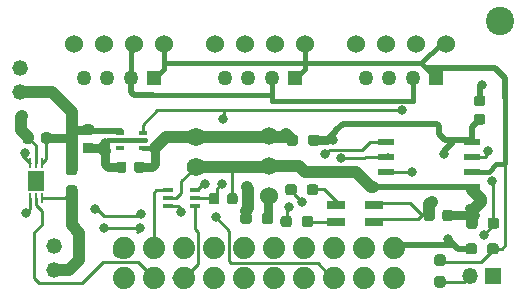
<source format=gtl>
%TF.GenerationSoftware,KiCad,Pcbnew,(5.1.9)-1*%
%TF.CreationDate,2021-02-11T09:32:33-08:00*%
%TF.ProjectId,KNH002rev4,4b4e4830-3032-4726-9576-342e6b696361,rev?*%
%TF.SameCoordinates,Original*%
%TF.FileFunction,Copper,L1,Top*%
%TF.FilePolarity,Positive*%
%FSLAX46Y46*%
G04 Gerber Fmt 4.6, Leading zero omitted, Abs format (unit mm)*
G04 Created by KiCad (PCBNEW (5.1.9)-1) date 2021-02-11 09:32:33*
%MOMM*%
%LPD*%
G01*
G04 APERTURE LIST*
%TA.AperFunction,SMDPad,CuDef*%
%ADD10R,1.447800X1.752600*%
%TD*%
%TA.AperFunction,SMDPad,CuDef*%
%ADD11R,0.254000X0.812800*%
%TD*%
%TA.AperFunction,ComponentPad*%
%ADD12C,1.524000*%
%TD*%
%TA.AperFunction,ComponentPad*%
%ADD13C,1.270000*%
%TD*%
%TA.AperFunction,ComponentPad*%
%ADD14R,1.270000X1.270000*%
%TD*%
%TA.AperFunction,SMDPad,CuDef*%
%ADD15R,1.600000X0.800000*%
%TD*%
%TA.AperFunction,ComponentPad*%
%ADD16O,1.350000X1.350000*%
%TD*%
%TA.AperFunction,ComponentPad*%
%ADD17R,1.350000X1.350000*%
%TD*%
%TA.AperFunction,SMDPad,CuDef*%
%ADD18R,0.850001X0.399999*%
%TD*%
%TA.AperFunction,ComponentPad*%
%ADD19C,2.400000*%
%TD*%
%TA.AperFunction,ComponentPad*%
%ADD20C,1.320800*%
%TD*%
%TA.AperFunction,ComponentPad*%
%ADD21C,1.574800*%
%TD*%
%TA.AperFunction,SMDPad,CuDef*%
%ADD22R,1.473200X0.558800*%
%TD*%
%TA.AperFunction,SMDPad,CuDef*%
%ADD23R,0.650000X0.400000*%
%TD*%
%TA.AperFunction,ComponentPad*%
%ADD24C,1.879600*%
%TD*%
%TA.AperFunction,ViaPad*%
%ADD25C,0.800000*%
%TD*%
%TA.AperFunction,Conductor*%
%ADD26C,1.016000*%
%TD*%
%TA.AperFunction,Conductor*%
%ADD27C,0.500000*%
%TD*%
%TA.AperFunction,Conductor*%
%ADD28C,1.000000*%
%TD*%
%TA.AperFunction,Conductor*%
%ADD29C,0.400000*%
%TD*%
%TA.AperFunction,Conductor*%
%ADD30C,0.250000*%
%TD*%
%TA.AperFunction,Conductor*%
%ADD31C,0.800000*%
%TD*%
%TA.AperFunction,Conductor*%
%ADD32C,0.750000*%
%TD*%
%TA.AperFunction,Conductor*%
%ADD33C,0.406400*%
%TD*%
%TA.AperFunction,Conductor*%
%ADD34C,0.304800*%
%TD*%
G04 APERTURE END LIST*
D10*
%TO.P,U5,7*%
%TO.N,N/C*%
X129540000Y-107429300D03*
D11*
%TO.P,U5,6*%
%TO.N,/VbatIn*%
X130039999Y-108877100D03*
%TO.P,U5,5*%
%TO.N,/D4_AL*%
X129540000Y-108877100D03*
%TO.P,U5,4*%
%TO.N,/SDA*%
X129040001Y-108877100D03*
%TO.P,U5,3*%
%TO.N,/SCL*%
X129040001Y-105981500D03*
%TO.P,U5,2*%
%TO.N,GND*%
X129540000Y-105981500D03*
%TO.P,U5,1*%
%TO.N,/Vbat*%
X130039999Y-105981500D03*
%TD*%
%TO.P,R8,2*%
%TO.N,Net-(JP1-Pad1)*%
%TA.AperFunction,SMDPad,CuDef*%
G36*
G01*
X148686600Y-110874900D02*
X148686600Y-110399900D01*
G75*
G02*
X148924100Y-110162400I237500J0D01*
G01*
X149424100Y-110162400D01*
G75*
G02*
X149661600Y-110399900I0J-237500D01*
G01*
X149661600Y-110874900D01*
G75*
G02*
X149424100Y-111112400I-237500J0D01*
G01*
X148924100Y-111112400D01*
G75*
G02*
X148686600Y-110874900I0J237500D01*
G01*
G37*
%TD.AperFunction*%
%TO.P,R8,1*%
%TO.N,/12V*%
%TA.AperFunction,SMDPad,CuDef*%
G36*
G01*
X146861600Y-110874900D02*
X146861600Y-110399900D01*
G75*
G02*
X147099100Y-110162400I237500J0D01*
G01*
X147599100Y-110162400D01*
G75*
G02*
X147836600Y-110399900I0J-237500D01*
G01*
X147836600Y-110874900D01*
G75*
G02*
X147599100Y-111112400I-237500J0D01*
G01*
X147099100Y-111112400D01*
G75*
G02*
X146861600Y-110874900I0J237500D01*
G01*
G37*
%TD.AperFunction*%
%TD*%
D12*
%TO.P,U2,VOUT*%
%TO.N,Net-(JP1-Pad1)*%
X149326500Y-108757800D03*
%TO.P,U2,GND*%
%TO.N,GND*%
X149326500Y-106217800D03*
%TO.P,U2,VIN*%
%TO.N,/Vbstin*%
X149326500Y-103677800D03*
%TD*%
D13*
%TO.P,J1,4*%
%TO.N,GND*%
X133601100Y-98775600D03*
%TO.P,J1,3*%
%TO.N,/12V*%
X135601100Y-98775600D03*
%TO.P,J1,2*%
%TO.N,/B-*%
X137601100Y-98775600D03*
D14*
%TO.P,J1,1*%
%TO.N,/A+*%
X139601100Y-98775600D03*
%TD*%
D15*
%TO.P,LED1,2*%
%TO.N,Net-(LED1-Pad2)*%
X154990900Y-110931000D03*
%TO.P,LED1,3*%
%TO.N,+3V0*%
X158190900Y-109531000D03*
%TO.P,LED1,4*%
%TO.N,Net-(LED1-Pad4)*%
X154990900Y-109531000D03*
%TO.P,LED1,1*%
%TO.N,+3V0*%
X158190900Y-110931000D03*
%TD*%
%TO.P,R7,2*%
%TO.N,Net-(LED1-Pad4)*%
%TA.AperFunction,SMDPad,CuDef*%
G36*
G01*
X152494700Y-108436500D02*
X152494700Y-107961500D01*
G75*
G02*
X152732200Y-107724000I237500J0D01*
G01*
X153232200Y-107724000D01*
G75*
G02*
X153469700Y-107961500I0J-237500D01*
G01*
X153469700Y-108436500D01*
G75*
G02*
X153232200Y-108674000I-237500J0D01*
G01*
X152732200Y-108674000D01*
G75*
G02*
X152494700Y-108436500I0J237500D01*
G01*
G37*
%TD.AperFunction*%
%TO.P,R7,1*%
%TO.N,/RXb*%
%TA.AperFunction,SMDPad,CuDef*%
G36*
G01*
X150669700Y-108436500D02*
X150669700Y-107961500D01*
G75*
G02*
X150907200Y-107724000I237500J0D01*
G01*
X151407200Y-107724000D01*
G75*
G02*
X151644700Y-107961500I0J-237500D01*
G01*
X151644700Y-108436500D01*
G75*
G02*
X151407200Y-108674000I-237500J0D01*
G01*
X150907200Y-108674000D01*
G75*
G02*
X150669700Y-108436500I0J237500D01*
G01*
G37*
%TD.AperFunction*%
%TD*%
%TO.P,R6,2*%
%TO.N,Net-(LED1-Pad2)*%
%TA.AperFunction,SMDPad,CuDef*%
G36*
G01*
X152090200Y-111128900D02*
X152090200Y-110653900D01*
G75*
G02*
X152327700Y-110416400I237500J0D01*
G01*
X152827700Y-110416400D01*
G75*
G02*
X153065200Y-110653900I0J-237500D01*
G01*
X153065200Y-111128900D01*
G75*
G02*
X152827700Y-111366400I-237500J0D01*
G01*
X152327700Y-111366400D01*
G75*
G02*
X152090200Y-111128900I0J237500D01*
G01*
G37*
%TD.AperFunction*%
%TO.P,R6,1*%
%TO.N,/TXb*%
%TA.AperFunction,SMDPad,CuDef*%
G36*
G01*
X150265200Y-111128900D02*
X150265200Y-110653900D01*
G75*
G02*
X150502700Y-110416400I237500J0D01*
G01*
X151002700Y-110416400D01*
G75*
G02*
X151240200Y-110653900I0J-237500D01*
G01*
X151240200Y-111128900D01*
G75*
G02*
X151002700Y-111366400I-237500J0D01*
G01*
X150502700Y-111366400D01*
G75*
G02*
X150265200Y-111128900I0J237500D01*
G01*
G37*
%TD.AperFunction*%
%TD*%
D16*
%TO.P,J10,2*%
%TO.N,Net-(J10-Pad2)*%
X166275000Y-115506500D03*
D17*
%TO.P,J10,1*%
%TO.N,/B-*%
X168275000Y-115506500D03*
%TD*%
%TO.P,C7,2*%
%TO.N,+3V0*%
%TA.AperFunction,SMDPad,CuDef*%
G36*
G01*
X145090000Y-108716000D02*
X145090000Y-109216000D01*
G75*
G02*
X144865000Y-109441000I-225000J0D01*
G01*
X144415000Y-109441000D01*
G75*
G02*
X144190000Y-109216000I0J225000D01*
G01*
X144190000Y-108716000D01*
G75*
G02*
X144415000Y-108491000I225000J0D01*
G01*
X144865000Y-108491000D01*
G75*
G02*
X145090000Y-108716000I0J-225000D01*
G01*
G37*
%TD.AperFunction*%
%TO.P,C7,1*%
%TO.N,GND*%
%TA.AperFunction,SMDPad,CuDef*%
G36*
G01*
X146640000Y-108716000D02*
X146640000Y-109216000D01*
G75*
G02*
X146415000Y-109441000I-225000J0D01*
G01*
X145965000Y-109441000D01*
G75*
G02*
X145740000Y-109216000I0J225000D01*
G01*
X145740000Y-108716000D01*
G75*
G02*
X145965000Y-108491000I225000J0D01*
G01*
X146415000Y-108491000D01*
G75*
G02*
X146640000Y-108716000I0J-225000D01*
G01*
G37*
%TD.AperFunction*%
%TD*%
D18*
%TO.P,U4,6*%
%TO.N,/TXb*%
X143002000Y-108252499D03*
%TO.P,U4,5*%
%TO.N,+3V0*%
X143002000Y-108902500D03*
%TO.P,U4,4*%
%TO.N,/RXp*%
X143002000Y-109552499D03*
%TO.P,U4,3*%
%TO.N,/RXb*%
X140751999Y-109552499D03*
%TO.P,U4,2*%
%TO.N,GND*%
X140751999Y-108902500D03*
%TO.P,U4,1*%
%TO.N,/TXp*%
X140751999Y-108252499D03*
%TD*%
%TO.P,C6,2*%
%TO.N,/Vbat*%
%TA.AperFunction,SMDPad,CuDef*%
G36*
G01*
X130005000Y-104072500D02*
X130005000Y-103572500D01*
G75*
G02*
X130230000Y-103347500I225000J0D01*
G01*
X130680000Y-103347500D01*
G75*
G02*
X130905000Y-103572500I0J-225000D01*
G01*
X130905000Y-104072500D01*
G75*
G02*
X130680000Y-104297500I-225000J0D01*
G01*
X130230000Y-104297500D01*
G75*
G02*
X130005000Y-104072500I0J225000D01*
G01*
G37*
%TD.AperFunction*%
%TO.P,C6,1*%
%TO.N,GND*%
%TA.AperFunction,SMDPad,CuDef*%
G36*
G01*
X128455000Y-104072500D02*
X128455000Y-103572500D01*
G75*
G02*
X128680000Y-103347500I225000J0D01*
G01*
X129130000Y-103347500D01*
G75*
G02*
X129355000Y-103572500I0J-225000D01*
G01*
X129355000Y-104072500D01*
G75*
G02*
X129130000Y-104297500I-225000J0D01*
G01*
X128680000Y-104297500D01*
G75*
G02*
X128455000Y-104072500I0J225000D01*
G01*
G37*
%TD.AperFunction*%
%TD*%
%TO.P,R5,2*%
%TO.N,/Vbat*%
%TA.AperFunction,SMDPad,CuDef*%
G36*
G01*
X132825500Y-106977000D02*
X132350500Y-106977000D01*
G75*
G02*
X132113000Y-106739500I0J237500D01*
G01*
X132113000Y-106239500D01*
G75*
G02*
X132350500Y-106002000I237500J0D01*
G01*
X132825500Y-106002000D01*
G75*
G02*
X133063000Y-106239500I0J-237500D01*
G01*
X133063000Y-106739500D01*
G75*
G02*
X132825500Y-106977000I-237500J0D01*
G01*
G37*
%TD.AperFunction*%
%TO.P,R5,1*%
%TO.N,/VbatIn*%
%TA.AperFunction,SMDPad,CuDef*%
G36*
G01*
X132825500Y-108802000D02*
X132350500Y-108802000D01*
G75*
G02*
X132113000Y-108564500I0J237500D01*
G01*
X132113000Y-108064500D01*
G75*
G02*
X132350500Y-107827000I237500J0D01*
G01*
X132825500Y-107827000D01*
G75*
G02*
X133063000Y-108064500I0J-237500D01*
G01*
X133063000Y-108564500D01*
G75*
G02*
X132825500Y-108802000I-237500J0D01*
G01*
G37*
%TD.AperFunction*%
%TD*%
%TO.P,C5,2*%
%TO.N,/5Vsw*%
%TA.AperFunction,SMDPad,CuDef*%
G36*
G01*
X166882000Y-101785000D02*
X167382000Y-101785000D01*
G75*
G02*
X167607000Y-102010000I0J-225000D01*
G01*
X167607000Y-102460000D01*
G75*
G02*
X167382000Y-102685000I-225000J0D01*
G01*
X166882000Y-102685000D01*
G75*
G02*
X166657000Y-102460000I0J225000D01*
G01*
X166657000Y-102010000D01*
G75*
G02*
X166882000Y-101785000I225000J0D01*
G01*
G37*
%TD.AperFunction*%
%TO.P,C5,1*%
%TO.N,GND*%
%TA.AperFunction,SMDPad,CuDef*%
G36*
G01*
X166882000Y-100235000D02*
X167382000Y-100235000D01*
G75*
G02*
X167607000Y-100460000I0J-225000D01*
G01*
X167607000Y-100910000D01*
G75*
G02*
X167382000Y-101135000I-225000J0D01*
G01*
X166882000Y-101135000D01*
G75*
G02*
X166657000Y-100910000I0J225000D01*
G01*
X166657000Y-100460000D01*
G75*
G02*
X166882000Y-100235000I225000J0D01*
G01*
G37*
%TD.AperFunction*%
%TD*%
%TO.P,C4,2*%
%TO.N,GND*%
%TA.AperFunction,SMDPad,CuDef*%
G36*
G01*
X163964100Y-110633400D02*
X163964100Y-110133400D01*
G75*
G02*
X164189100Y-109908400I225000J0D01*
G01*
X164639100Y-109908400D01*
G75*
G02*
X164864100Y-110133400I0J-225000D01*
G01*
X164864100Y-110633400D01*
G75*
G02*
X164639100Y-110858400I-225000J0D01*
G01*
X164189100Y-110858400D01*
G75*
G02*
X163964100Y-110633400I0J225000D01*
G01*
G37*
%TD.AperFunction*%
%TO.P,C4,1*%
%TO.N,+3V0*%
%TA.AperFunction,SMDPad,CuDef*%
G36*
G01*
X162414100Y-110633400D02*
X162414100Y-110133400D01*
G75*
G02*
X162639100Y-109908400I225000J0D01*
G01*
X163089100Y-109908400D01*
G75*
G02*
X163314100Y-110133400I0J-225000D01*
G01*
X163314100Y-110633400D01*
G75*
G02*
X163089100Y-110858400I-225000J0D01*
G01*
X162639100Y-110858400D01*
G75*
G02*
X162414100Y-110633400I0J225000D01*
G01*
G37*
%TD.AperFunction*%
%TD*%
%TO.P,C3,2*%
%TO.N,GND*%
%TA.AperFunction,SMDPad,CuDef*%
G36*
G01*
X137229000Y-106049000D02*
X137229000Y-106549000D01*
G75*
G02*
X137004000Y-106774000I-225000J0D01*
G01*
X136554000Y-106774000D01*
G75*
G02*
X136329000Y-106549000I0J225000D01*
G01*
X136329000Y-106049000D01*
G75*
G02*
X136554000Y-105824000I225000J0D01*
G01*
X137004000Y-105824000D01*
G75*
G02*
X137229000Y-106049000I0J-225000D01*
G01*
G37*
%TD.AperFunction*%
%TO.P,C3,1*%
%TO.N,/Vbstin*%
%TA.AperFunction,SMDPad,CuDef*%
G36*
G01*
X138779000Y-106049000D02*
X138779000Y-106549000D01*
G75*
G02*
X138554000Y-106774000I-225000J0D01*
G01*
X138104000Y-106774000D01*
G75*
G02*
X137879000Y-106549000I0J225000D01*
G01*
X137879000Y-106049000D01*
G75*
G02*
X138104000Y-105824000I225000J0D01*
G01*
X138554000Y-105824000D01*
G75*
G02*
X138779000Y-106049000I0J-225000D01*
G01*
G37*
%TD.AperFunction*%
%TD*%
%TO.P,C2,2*%
%TO.N,GND*%
%TA.AperFunction,SMDPad,CuDef*%
G36*
G01*
X133735000Y-104224000D02*
X134235000Y-104224000D01*
G75*
G02*
X134460000Y-104449000I0J-225000D01*
G01*
X134460000Y-104899000D01*
G75*
G02*
X134235000Y-105124000I-225000J0D01*
G01*
X133735000Y-105124000D01*
G75*
G02*
X133510000Y-104899000I0J225000D01*
G01*
X133510000Y-104449000D01*
G75*
G02*
X133735000Y-104224000I225000J0D01*
G01*
G37*
%TD.AperFunction*%
%TO.P,C2,1*%
%TO.N,/Vbat*%
%TA.AperFunction,SMDPad,CuDef*%
G36*
G01*
X133735000Y-102674000D02*
X134235000Y-102674000D01*
G75*
G02*
X134460000Y-102899000I0J-225000D01*
G01*
X134460000Y-103349000D01*
G75*
G02*
X134235000Y-103574000I-225000J0D01*
G01*
X133735000Y-103574000D01*
G75*
G02*
X133510000Y-103349000I0J225000D01*
G01*
X133510000Y-102899000D01*
G75*
G02*
X133735000Y-102674000I225000J0D01*
G01*
G37*
%TD.AperFunction*%
%TD*%
%TO.P,R4,2*%
%TO.N,Net-(J10-Pad2)*%
%TA.AperFunction,SMDPad,CuDef*%
G36*
G01*
X163529000Y-115510500D02*
X164004000Y-115510500D01*
G75*
G02*
X164241500Y-115748000I0J-237500D01*
G01*
X164241500Y-116248000D01*
G75*
G02*
X164004000Y-116485500I-237500J0D01*
G01*
X163529000Y-116485500D01*
G75*
G02*
X163291500Y-116248000I0J237500D01*
G01*
X163291500Y-115748000D01*
G75*
G02*
X163529000Y-115510500I237500J0D01*
G01*
G37*
%TD.AperFunction*%
%TO.P,R4,1*%
%TO.N,/A+*%
%TA.AperFunction,SMDPad,CuDef*%
G36*
G01*
X163529000Y-113685500D02*
X164004000Y-113685500D01*
G75*
G02*
X164241500Y-113923000I0J-237500D01*
G01*
X164241500Y-114423000D01*
G75*
G02*
X164004000Y-114660500I-237500J0D01*
G01*
X163529000Y-114660500D01*
G75*
G02*
X163291500Y-114423000I0J237500D01*
G01*
X163291500Y-113923000D01*
G75*
G02*
X163529000Y-113685500I237500J0D01*
G01*
G37*
%TD.AperFunction*%
%TD*%
%TO.P,R3,2*%
%TO.N,/A+*%
%TA.AperFunction,SMDPad,CuDef*%
G36*
G01*
X167762100Y-113445300D02*
X167762100Y-112970300D01*
G75*
G02*
X167999600Y-112732800I237500J0D01*
G01*
X168499600Y-112732800D01*
G75*
G02*
X168737100Y-112970300I0J-237500D01*
G01*
X168737100Y-113445300D01*
G75*
G02*
X168499600Y-113682800I-237500J0D01*
G01*
X167999600Y-113682800D01*
G75*
G02*
X167762100Y-113445300I0J237500D01*
G01*
G37*
%TD.AperFunction*%
%TO.P,R3,1*%
%TO.N,/5Vsw*%
%TA.AperFunction,SMDPad,CuDef*%
G36*
G01*
X165937100Y-113445300D02*
X165937100Y-112970300D01*
G75*
G02*
X166174600Y-112732800I237500J0D01*
G01*
X166674600Y-112732800D01*
G75*
G02*
X166912100Y-112970300I0J-237500D01*
G01*
X166912100Y-113445300D01*
G75*
G02*
X166674600Y-113682800I-237500J0D01*
G01*
X166174600Y-113682800D01*
G75*
G02*
X165937100Y-113445300I0J237500D01*
G01*
G37*
%TD.AperFunction*%
%TD*%
%TO.P,R2,2*%
%TO.N,/B-*%
%TA.AperFunction,SMDPad,CuDef*%
G36*
G01*
X167811000Y-111273600D02*
X167811000Y-110798600D01*
G75*
G02*
X168048500Y-110561100I237500J0D01*
G01*
X168548500Y-110561100D01*
G75*
G02*
X168786000Y-110798600I0J-237500D01*
G01*
X168786000Y-111273600D01*
G75*
G02*
X168548500Y-111511100I-237500J0D01*
G01*
X168048500Y-111511100D01*
G75*
G02*
X167811000Y-111273600I0J237500D01*
G01*
G37*
%TD.AperFunction*%
%TO.P,R2,1*%
%TO.N,GND*%
%TA.AperFunction,SMDPad,CuDef*%
G36*
G01*
X165986000Y-111273600D02*
X165986000Y-110798600D01*
G75*
G02*
X166223500Y-110561100I237500J0D01*
G01*
X166723500Y-110561100D01*
G75*
G02*
X166961000Y-110798600I0J-237500D01*
G01*
X166961000Y-111273600D01*
G75*
G02*
X166723500Y-111511100I-237500J0D01*
G01*
X166223500Y-111511100D01*
G75*
G02*
X165986000Y-111273600I0J237500D01*
G01*
G37*
%TD.AperFunction*%
%TD*%
D19*
%TO.P,J11,1*%
%TO.N,GND*%
X168833700Y-93924200D03*
%TD*%
D20*
%TO.P,J9,2*%
%TO.N,GND*%
X128244500Y-97937400D03*
%TO.P,J9,1*%
%TO.N,/Vbat*%
X128244500Y-99937402D03*
%TD*%
D21*
%TO.P,C1,+*%
%TO.N,/Vbstin*%
X143078100Y-103728600D03*
%TO.P,C1,-*%
%TO.N,GND*%
X143078100Y-106268600D03*
%TD*%
D20*
%TO.P,J8,2*%
%TO.N,GND*%
X131089300Y-113006199D03*
%TO.P,J8,1*%
%TO.N,/VbatIn*%
X131089300Y-115006201D03*
%TD*%
D22*
%TO.P,U1,8*%
%TO.N,/5Vsw*%
X166497000Y-104140000D03*
%TO.P,U1,7*%
%TO.N,/B-*%
X166497000Y-105410000D03*
%TO.P,U1,6*%
%TO.N,/A+*%
X166497000Y-106680000D03*
%TO.P,U1,5*%
%TO.N,GND*%
X166497000Y-107950000D03*
%TO.P,U1,4*%
X159181800Y-107950000D03*
%TO.P,U1,3*%
%TO.N,+3V0*%
X159181800Y-106680000D03*
%TO.P,U1,2*%
%TO.N,/TXb*%
X159181800Y-105410000D03*
%TO.P,U1,1*%
%TO.N,/RXb*%
X159181800Y-104140000D03*
%TD*%
D23*
%TO.P,U3,6*%
%TO.N,Net-(U3-Pad6)*%
X136718000Y-104663000D03*
%TO.P,U3,4*%
%TO.N,/Vbat*%
X136718000Y-103363000D03*
%TO.P,U3,2*%
%TO.N,GND*%
X138618000Y-104013000D03*
%TO.P,U3,5*%
X136718000Y-104013000D03*
%TO.P,U3,3*%
%TO.N,+3V0*%
X138618000Y-103363000D03*
%TO.P,U3,1*%
%TO.N,/Vbstin*%
X138618000Y-104663000D03*
%TD*%
D13*
%TO.P,J2,4*%
%TO.N,GND*%
X145539100Y-98775600D03*
%TO.P,J2,3*%
%TO.N,/12V*%
X147539100Y-98775600D03*
%TO.P,J2,2*%
%TO.N,/B-*%
X149539100Y-98775600D03*
D14*
%TO.P,J2,1*%
%TO.N,/A+*%
X151539100Y-98775600D03*
%TD*%
D24*
%TO.P,J4,20*%
%TO.N,+3V0*%
X159842100Y-115666600D03*
%TO.P,J4,19*%
%TO.N,/5Vsw*%
X159842100Y-113126600D03*
%TO.P,J4,18*%
%TO.N,Net-(J4-Pad18)*%
X157302100Y-115666600D03*
%TO.P,J4,17*%
%TO.N,Net-(J4-Pad17)*%
X157302100Y-113126600D03*
%TO.P,J4,16*%
%TO.N,/SDA*%
X154762100Y-115666600D03*
%TO.P,J4,15*%
%TO.N,/SCL*%
X154762100Y-113126600D03*
%TO.P,J4,14*%
%TO.N,Net-(J4-Pad14)*%
X152222100Y-115666600D03*
%TO.P,J4,13*%
%TO.N,Net-(J4-Pad13)*%
X152222100Y-113126600D03*
%TO.P,J4,12*%
%TO.N,Net-(J4-Pad12)*%
X149682100Y-115666600D03*
%TO.P,J4,11*%
%TO.N,/LEDB*%
X149682100Y-113126600D03*
%TO.P,J4,10*%
%TO.N,Net-(J4-Pad10)*%
X147142100Y-115666600D03*
%TO.P,J4,9*%
%TO.N,Net-(J4-Pad9)*%
X147142100Y-113126600D03*
%TO.P,J4,8*%
%TO.N,Net-(J4-Pad8)*%
X144602100Y-115666600D03*
%TO.P,J4,7*%
%TO.N,Net-(J4-Pad7)*%
X144602100Y-113126600D03*
%TO.P,J4,6*%
%TO.N,/RXp*%
X142062100Y-115666600D03*
%TO.P,J4,5*%
%TO.N,Net-(J4-Pad5)*%
X142062100Y-113126600D03*
%TO.P,J4,4*%
%TO.N,/D4_AL*%
X139522100Y-115666600D03*
%TO.P,J4,3*%
%TO.N,/TXp*%
X139522100Y-113126600D03*
%TO.P,J4,2*%
%TO.N,/3Von*%
X136982100Y-115666600D03*
%TO.P,J4,1*%
%TO.N,GND*%
X136982100Y-113126600D03*
%TD*%
D13*
%TO.P,J3,4*%
%TO.N,GND*%
X157477100Y-98775600D03*
%TO.P,J3,3*%
%TO.N,/12V*%
X159477100Y-98775600D03*
%TO.P,J3,2*%
%TO.N,/B-*%
X161477100Y-98775600D03*
D14*
%TO.P,J3,1*%
%TO.N,/A+*%
X163477100Y-98775600D03*
%TD*%
D12*
%TO.P,J5,4*%
%TO.N,GND*%
X132791100Y-95854600D03*
%TO.P,J5,3*%
%TO.N,/12V*%
X135331100Y-95854600D03*
%TO.P,J5,2*%
%TO.N,/B-*%
X137871100Y-95854600D03*
%TO.P,J5,1*%
%TO.N,/A+*%
X140411100Y-95854600D03*
%TD*%
%TO.P,J6,4*%
%TO.N,GND*%
X144729100Y-95854600D03*
%TO.P,J6,3*%
%TO.N,/12V*%
X147269100Y-95854600D03*
%TO.P,J6,2*%
%TO.N,/B-*%
X149809100Y-95854600D03*
%TO.P,J6,1*%
%TO.N,/A+*%
X152349100Y-95854600D03*
%TD*%
%TO.P,J7,4*%
%TO.N,GND*%
X156667100Y-95854600D03*
%TO.P,J7,3*%
%TO.N,/12V*%
X159207100Y-95854600D03*
%TO.P,J7,2*%
%TO.N,/B-*%
X161747100Y-95854600D03*
%TO.P,J7,1*%
%TO.N,/A+*%
X164287100Y-95854600D03*
%TD*%
%TO.P,R1,1*%
%TO.N,/5Vsw*%
%TA.AperFunction,SMDPad,CuDef*%
G36*
G01*
X153569500Y-103775500D02*
X153569500Y-104250500D01*
G75*
G02*
X153332000Y-104488000I-237500J0D01*
G01*
X152832000Y-104488000D01*
G75*
G02*
X152594500Y-104250500I0J237500D01*
G01*
X152594500Y-103775500D01*
G75*
G02*
X152832000Y-103538000I237500J0D01*
G01*
X153332000Y-103538000D01*
G75*
G02*
X153569500Y-103775500I0J-237500D01*
G01*
G37*
%TD.AperFunction*%
%TO.P,R1,2*%
%TO.N,/Vbstin*%
%TA.AperFunction,SMDPad,CuDef*%
G36*
G01*
X151744500Y-103775500D02*
X151744500Y-104250500D01*
G75*
G02*
X151507000Y-104488000I-237500J0D01*
G01*
X151007000Y-104488000D01*
G75*
G02*
X150769500Y-104250500I0J237500D01*
G01*
X150769500Y-103775500D01*
G75*
G02*
X151007000Y-103538000I237500J0D01*
G01*
X151507000Y-103538000D01*
G75*
G02*
X151744500Y-103775500I0J-237500D01*
G01*
G37*
%TD.AperFunction*%
%TD*%
D25*
%TO.N,GND*%
X167259000Y-109220000D03*
X135445500Y-104267000D03*
X167259000Y-109220000D03*
X167322500Y-99377500D03*
X128346100Y-102001400D03*
%TO.N,/12V*%
X147396100Y-107995800D03*
%TO.N,/B-*%
X167851600Y-104952800D03*
X168211500Y-107467400D03*
X167484690Y-112042310D03*
%TO.N,/SDA*%
X138430000Y-110236000D03*
X144780000Y-110553500D03*
X134556500Y-109855000D03*
X128701700Y-110180200D03*
%TO.N,/SCL*%
X138366500Y-111442500D03*
X128600100Y-105100200D03*
X135318500Y-111442500D03*
%TO.N,/5Vsw*%
X164084000Y-105156000D03*
X164465000Y-112395000D03*
X154686000Y-104013000D03*
%TO.N,+3V0*%
X161417000Y-106680000D03*
X160528000Y-101473000D03*
X145414900Y-102204600D03*
X145288000Y-107696000D03*
X163093300Y-109215000D03*
%TO.N,/TXb*%
X155422500Y-105557400D03*
X150952100Y-109672200D03*
X143891000Y-107759500D03*
%TO.N,/RXb*%
X141859000Y-110109000D03*
X154051000Y-105219500D03*
X152069700Y-109215000D03*
%TD*%
D26*
%TO.N,GND*%
X136601100Y-113507600D02*
X136982100Y-113126600D01*
X147924600Y-106268600D02*
X149428100Y-106268600D01*
D27*
X149428100Y-106268600D02*
X150505730Y-106268600D01*
X166497000Y-107950000D02*
X166497000Y-108204000D01*
D28*
X167259000Y-108966000D02*
X167259000Y-109220000D01*
X166497000Y-108204000D02*
X167259000Y-108966000D01*
D29*
X135699500Y-104013000D02*
X135445500Y-104267000D01*
X136017000Y-104013000D02*
X135699500Y-104013000D01*
D28*
X166473500Y-110005500D02*
X167259000Y-109220000D01*
X166473500Y-111036100D02*
X166473500Y-110005500D01*
D30*
X141426999Y-108902500D02*
X141859000Y-108470499D01*
X140751999Y-108902500D02*
X141426999Y-108902500D01*
X141859000Y-107487700D02*
X143078100Y-106268600D01*
X141859000Y-108470499D02*
X141859000Y-107487700D01*
X146190000Y-108966000D02*
X146190000Y-108953000D01*
D26*
X146969400Y-106268600D02*
X147924600Y-106268600D01*
X143078100Y-106268600D02*
X146969400Y-106268600D01*
D31*
X136779000Y-106299000D02*
X135699500Y-106299000D01*
X135699500Y-106299000D02*
X135445500Y-106045000D01*
D29*
X136017000Y-104013000D02*
X137604500Y-104013000D01*
X137604500Y-104013000D02*
X138811000Y-104013000D01*
D27*
X167132000Y-100685000D02*
X167132000Y-99504500D01*
X167195500Y-99504500D02*
X167322500Y-99377500D01*
X167132000Y-99504500D02*
X167195500Y-99504500D01*
D28*
X135217500Y-104674000D02*
X135445500Y-104902000D01*
D31*
X133985000Y-104674000D02*
X135217500Y-104674000D01*
X135445500Y-104902000D02*
X135445500Y-104267000D01*
X135445500Y-106045000D02*
X135445500Y-104902000D01*
D27*
X160845500Y-107950000D02*
X166497000Y-107950000D01*
X159181800Y-107950000D02*
X160845500Y-107950000D01*
D31*
X166259500Y-109791500D02*
X166473500Y-110005500D01*
X164515700Y-110383400D02*
X166754700Y-110383400D01*
D28*
X128905000Y-103822500D02*
X128905000Y-103779500D01*
X128905000Y-103779500D02*
X128295300Y-103169800D01*
X128295300Y-102052200D02*
X128346100Y-102001400D01*
X128295300Y-103169800D02*
X128295300Y-102052200D01*
D27*
X157652700Y-107950000D02*
X158119900Y-107950000D01*
X158119900Y-107950000D02*
X159181800Y-107950000D01*
D28*
X152374500Y-106725800D02*
X151866500Y-106217800D01*
X156692500Y-106725800D02*
X152374500Y-106725800D01*
X151866500Y-106217800D02*
X149326500Y-106217800D01*
X157916700Y-107950000D02*
X156692500Y-106725800D01*
X158119900Y-107950000D02*
X157916700Y-107950000D01*
D30*
X129540000Y-104457500D02*
X128905000Y-103822500D01*
X129540000Y-105981500D02*
X129540000Y-104457500D01*
X146176900Y-108952900D02*
X146190000Y-108966000D01*
X146176900Y-106243200D02*
X146176900Y-108952900D01*
D32*
%TO.N,/12V*%
X147349100Y-110637400D02*
X147349100Y-109973200D01*
D28*
X147349100Y-109973200D02*
X147548500Y-109773800D01*
X147548500Y-108148200D02*
X147396100Y-107995800D01*
X147548500Y-109773800D02*
X147548500Y-108148200D01*
D33*
%TO.N,/A+*%
X140411100Y-97505600D02*
X152349100Y-97505600D01*
X152349100Y-97505600D02*
X162207100Y-97505600D01*
X139601100Y-98775600D02*
X140411100Y-97965600D01*
X140411100Y-97965600D02*
X140411100Y-97505600D01*
X140411100Y-97505600D02*
X140411100Y-95854600D01*
X151539100Y-98775600D02*
X152349100Y-97965600D01*
X152349100Y-97965600D02*
X152349100Y-97505600D01*
X164287100Y-95854600D02*
X163858100Y-95854600D01*
X163858100Y-95854600D02*
X162207100Y-97505600D01*
X152349100Y-95854600D02*
X152349100Y-97505600D01*
X167894000Y-106680000D02*
X168529000Y-106045000D01*
X166497000Y-106680000D02*
X167894000Y-106680000D01*
D30*
X168249600Y-113207800D02*
X168986200Y-113207800D01*
X168986200Y-113207800D02*
X169312410Y-112881590D01*
X169206820Y-106045000D02*
X169312410Y-105939410D01*
D33*
X168529000Y-106045000D02*
X169206820Y-106045000D01*
X169312410Y-105939410D02*
X169312410Y-100478410D01*
D30*
X169312410Y-112881590D02*
X169312410Y-105939410D01*
X168249600Y-113207800D02*
X168249600Y-113309400D01*
X168249600Y-113309400D02*
X167259000Y-114300000D01*
D27*
X162557500Y-97856000D02*
X168404500Y-97856000D01*
D33*
X162207100Y-97505600D02*
X162557500Y-97856000D01*
X162557500Y-97856000D02*
X163477100Y-98775600D01*
D27*
X169312410Y-98763910D02*
X169312410Y-100478410D01*
X168404500Y-97856000D02*
X169312410Y-98763910D01*
D30*
X163893500Y-114300000D02*
X163766500Y-114173000D01*
X167259000Y-114300000D02*
X163893500Y-114300000D01*
D33*
%TO.N,/B-*%
X161477100Y-100664600D02*
X161477100Y-98775600D01*
X139490100Y-100203000D02*
X149555100Y-100203000D01*
X149555100Y-100664600D02*
X161477100Y-100664600D01*
X149539100Y-98775600D02*
X149539100Y-100648600D01*
X149539100Y-100648600D02*
X149555100Y-100664600D01*
X137601100Y-98775600D02*
X137601100Y-96124600D01*
X137601100Y-96124600D02*
X137871100Y-95854600D01*
D30*
X166497000Y-105410000D02*
X167640000Y-105410000D01*
X167640000Y-105164400D02*
X167851600Y-104952800D01*
X167640000Y-105410000D02*
X167640000Y-105164400D01*
X168298500Y-111036100D02*
X168298500Y-110593500D01*
X168298500Y-111228500D02*
X167484690Y-112042310D01*
X168298500Y-111036100D02*
X168298500Y-111228500D01*
X168298500Y-107554400D02*
X168211500Y-107467400D01*
X168298500Y-111036100D02*
X168298500Y-107554400D01*
D27*
X139490100Y-100203000D02*
X137858500Y-100203000D01*
X137601100Y-99945600D02*
X137601100Y-98775600D01*
X137858500Y-100203000D02*
X137601100Y-99945600D01*
D26*
%TO.N,/Vbstin*%
X143078100Y-103728600D02*
X149428100Y-103728600D01*
D29*
X138618000Y-104663000D02*
X139685000Y-104663000D01*
D28*
X139685000Y-104663000D02*
X140589000Y-103759000D01*
X143047700Y-103759000D02*
X143078100Y-103728600D01*
X140589000Y-103759000D02*
X143047700Y-103759000D01*
X151257000Y-104013000D02*
X150749000Y-103505000D01*
X150525400Y-103728600D02*
X149428100Y-103728600D01*
X150749000Y-103505000D02*
X150525400Y-103728600D01*
D31*
X138329000Y-106299000D02*
X139382500Y-106299000D01*
X139685000Y-105996500D02*
X139685000Y-104663000D01*
X139382500Y-106299000D02*
X139685000Y-105996500D01*
D28*
%TO.N,/Vbat*%
X132588000Y-105410000D02*
X132588000Y-106489500D01*
D30*
X132524500Y-103822500D02*
X132588000Y-103759000D01*
D31*
X130455000Y-103822500D02*
X132524500Y-103822500D01*
D28*
X132588000Y-105410000D02*
X132588000Y-103759000D01*
D30*
X130455000Y-105566499D02*
X130039999Y-105981500D01*
X130455000Y-103822500D02*
X130455000Y-105566499D01*
D28*
X132778500Y-103124000D02*
X132588000Y-103314500D01*
D31*
X133985000Y-103124000D02*
X132778500Y-103124000D01*
D28*
X132588000Y-103759000D02*
X132588000Y-103314500D01*
D27*
X134112000Y-103251000D02*
X133985000Y-103124000D01*
X136779000Y-103251000D02*
X134112000Y-103251000D01*
D28*
X130904902Y-99937402D02*
X128244500Y-99937402D01*
X132588000Y-101620500D02*
X130904902Y-99937402D01*
X132588000Y-103314500D02*
X132588000Y-101620500D01*
D30*
%TO.N,/SDA*%
X153439301Y-114427000D02*
X146093801Y-114427000D01*
X154738799Y-115749799D02*
X153416000Y-114427000D01*
X146091902Y-114427000D02*
X145923000Y-114258098D01*
X138303000Y-110236000D02*
X138430000Y-110236000D01*
X138112500Y-110426500D02*
X138303000Y-110236000D01*
X145924899Y-111698399D02*
X145924899Y-112142899D01*
X144780000Y-110553500D02*
X145924899Y-111698399D01*
X145924899Y-112142899D02*
X145924899Y-112015899D01*
X145924899Y-114174899D02*
X145924899Y-112142899D01*
X136271000Y-110426500D02*
X138112500Y-110426500D01*
X136144000Y-110426500D02*
X136271000Y-110426500D01*
X136271000Y-110426500D02*
X135318500Y-110426500D01*
X134747000Y-109855000D02*
X134556500Y-109855000D01*
X135318500Y-110426500D02*
X134747000Y-109855000D01*
X129040001Y-109841899D02*
X128701700Y-110180200D01*
X129040001Y-108877100D02*
X129040001Y-109841899D01*
%TO.N,/SCL*%
X138366500Y-111506000D02*
X138366500Y-111442500D01*
X138112500Y-111760000D02*
X138366500Y-111506000D01*
X129040001Y-105981500D02*
X129040001Y-105926001D01*
X129040001Y-105926001D02*
X128397000Y-105283000D01*
X135318500Y-111442500D02*
X138366500Y-111442500D01*
D27*
%TO.N,/5Vsw*%
X163703000Y-103505000D02*
X164211000Y-104013000D01*
X166370000Y-104013000D02*
X166497000Y-104140000D01*
X163703000Y-102793800D02*
X163525200Y-102616000D01*
X163703000Y-103505000D02*
X163703000Y-102793800D01*
X155575000Y-102616000D02*
X163525200Y-102616000D01*
X164846000Y-104013000D02*
X164846000Y-104140000D01*
X164211000Y-104013000D02*
X164846000Y-104013000D01*
X164846000Y-104013000D02*
X166370000Y-104013000D01*
X164084000Y-104902000D02*
X164084000Y-105156000D01*
X164846000Y-104140000D02*
X164084000Y-104902000D01*
X165277800Y-113207800D02*
X166424600Y-113207800D01*
X160065700Y-112903000D02*
X159842100Y-113126600D01*
X164465000Y-112395000D02*
X164973000Y-112903000D01*
X164973000Y-112903000D02*
X160065700Y-112903000D01*
X164973000Y-112903000D02*
X165277800Y-113207800D01*
X166497000Y-102870000D02*
X167132000Y-102235000D01*
X166497000Y-104140000D02*
X166497000Y-102870000D01*
X154686000Y-103505000D02*
X154686000Y-104013000D01*
X155003500Y-103187500D02*
X155003500Y-103251000D01*
X154686000Y-103505000D02*
X155003500Y-103187500D01*
X155003500Y-103187500D02*
X155575000Y-102616000D01*
D31*
X154241500Y-104013000D02*
X153082000Y-104013000D01*
D27*
X155003500Y-103251000D02*
X154241500Y-104013000D01*
D30*
X159842100Y-112661600D02*
X159842100Y-113126600D01*
%TO.N,+3V0*%
X159181800Y-106680000D02*
X161417000Y-106680000D01*
X138618000Y-102682000D02*
X138618000Y-103363000D01*
X139827000Y-101473000D02*
X138618000Y-102682000D01*
X145465700Y-101506100D02*
X145465700Y-102204600D01*
X160528000Y-101473000D02*
X146177000Y-101473000D01*
X146177000Y-101473000D02*
X139827000Y-101473000D01*
X145288000Y-107696000D02*
X144907000Y-108077000D01*
X144907000Y-108699000D02*
X144640000Y-108966000D01*
X144907000Y-108077000D02*
X144907000Y-108699000D01*
X144576500Y-108902500D02*
X144640000Y-108966000D01*
X143002000Y-108902500D02*
X144576500Y-108902500D01*
X159481600Y-115666600D02*
X159842100Y-115666600D01*
D28*
X162864100Y-109444200D02*
X163093300Y-109215000D01*
X162864100Y-110383400D02*
X162864100Y-109444200D01*
D30*
X162280500Y-110383400D02*
X161213700Y-109316600D01*
X162864100Y-110383400D02*
X162280500Y-110383400D01*
X158328900Y-110716600D02*
X158266900Y-110778600D01*
X161947300Y-110716600D02*
X158328900Y-110716600D01*
X162280500Y-110383400D02*
X161947300Y-110716600D01*
X160502500Y-109316600D02*
X158328900Y-109316600D01*
X158328900Y-109316600D02*
X158266900Y-109378600D01*
X161213700Y-109316600D02*
X160502500Y-109316600D01*
X160502500Y-109316600D02*
X160248500Y-109316600D01*
%TO.N,/VbatIn*%
X132025400Y-108877100D02*
X132588000Y-108314500D01*
X130039999Y-108877100D02*
X132025400Y-108877100D01*
D28*
X132588000Y-111221500D02*
X132588000Y-111221700D01*
X132588000Y-108314500D02*
X132588000Y-111221500D01*
X132588000Y-111221700D02*
X133222900Y-111856600D01*
X133222900Y-111856600D02*
X133222900Y-114142600D01*
X132359299Y-115006201D02*
X131089300Y-115006201D01*
X133222900Y-114142600D02*
X132359299Y-115006201D01*
D34*
%TO.N,/RXp*%
X141282231Y-115666600D02*
X142062100Y-115666600D01*
D30*
X143279301Y-114449399D02*
X142062100Y-115666600D01*
X143002000Y-109552499D02*
X143002000Y-111506000D01*
X143279301Y-111783301D02*
X143279301Y-114449399D01*
X143002000Y-111506000D02*
X143279301Y-111783301D01*
%TO.N,/TXp*%
X139522100Y-113126600D02*
X139522100Y-108445400D01*
X139715001Y-108252499D02*
X140751999Y-108252499D01*
X139522100Y-108445400D02*
X139715001Y-108252499D01*
%TO.N,/TXb*%
X159372300Y-105219500D02*
X159181800Y-105410000D01*
X150850500Y-110586600D02*
X150850500Y-109773800D01*
X143002000Y-108252499D02*
X143207501Y-108252499D01*
X143700500Y-107759500D02*
X143891000Y-107759500D01*
X143207501Y-108252499D02*
X143700500Y-107759500D01*
X158109900Y-105410000D02*
X157500300Y-105410000D01*
X159181800Y-105410000D02*
X158109900Y-105410000D01*
X158109900Y-105410000D02*
X157861000Y-105410000D01*
X157352900Y-105557400D02*
X155422500Y-105557400D01*
X157500300Y-105410000D02*
X157352900Y-105557400D01*
%TO.N,/RXb*%
X140751999Y-109552499D02*
X141619999Y-109552499D01*
X141619999Y-109552499D02*
X141784850Y-109717350D01*
X141784850Y-110034850D02*
X141859000Y-110109000D01*
X141784850Y-109717350D02*
X141784850Y-110034850D01*
X154432000Y-104838500D02*
X157162500Y-104838500D01*
X154051000Y-105219500D02*
X154432000Y-104838500D01*
X157861000Y-104140000D02*
X159181800Y-104140000D01*
X157162500Y-104838500D02*
X157861000Y-104140000D01*
X151968100Y-109062600D02*
X151968100Y-108961000D01*
X152222100Y-109316600D02*
X151968100Y-109062600D01*
X152171300Y-109113400D02*
X152069700Y-109215000D01*
X151413100Y-108558400D02*
X152069700Y-109215000D01*
X151413100Y-108046600D02*
X151413100Y-108558400D01*
%TO.N,/D4_AL*%
X129540000Y-108877100D02*
X129540000Y-109474000D01*
X129540000Y-109474000D02*
X130048000Y-109982000D01*
X130048000Y-109982000D02*
X130048000Y-111188500D01*
X130048000Y-111188500D02*
X129413000Y-111823500D01*
X135211199Y-114363500D02*
X138219801Y-114363500D01*
X133460198Y-116094802D02*
X135211199Y-114343801D01*
X139522100Y-115646100D02*
X139522100Y-115666600D01*
X138219801Y-114343801D02*
X139522100Y-115646100D01*
X129413000Y-115717500D02*
X129790302Y-116094802D01*
X129413000Y-111823500D02*
X129413000Y-115717500D01*
X129790302Y-116094802D02*
X133460198Y-116094802D01*
%TO.N,Net-(J10-Pad2)*%
X165783500Y-115998000D02*
X166275000Y-115506500D01*
X163766500Y-115998000D02*
X165783500Y-115998000D01*
%TO.N,Net-(J4-Pad13)*%
X152222100Y-113126600D02*
X152222100Y-113017400D01*
X152289500Y-113059200D02*
X152222100Y-113126600D01*
%TO.N,Net-(LED1-Pad2)*%
X154903300Y-110942200D02*
X155066900Y-110778600D01*
X153285100Y-110942200D02*
X154903300Y-110942200D01*
X152617300Y-110931000D02*
X152577700Y-110891400D01*
X154990900Y-110931000D02*
X152617300Y-110931000D01*
%TO.N,Net-(LED1-Pad4)*%
X155066900Y-109218800D02*
X153996300Y-108148200D01*
X155066900Y-109378600D02*
X155066900Y-109218800D01*
X153339700Y-108148200D02*
X153238100Y-108046600D01*
X153996300Y-108148200D02*
X153339700Y-108148200D01*
%TO.N,Net-(JP1-Pad1)*%
X149174100Y-108910200D02*
X149326500Y-108757800D01*
D32*
X149174100Y-110637400D02*
X149174100Y-108910200D01*
%TD*%
M02*

</source>
